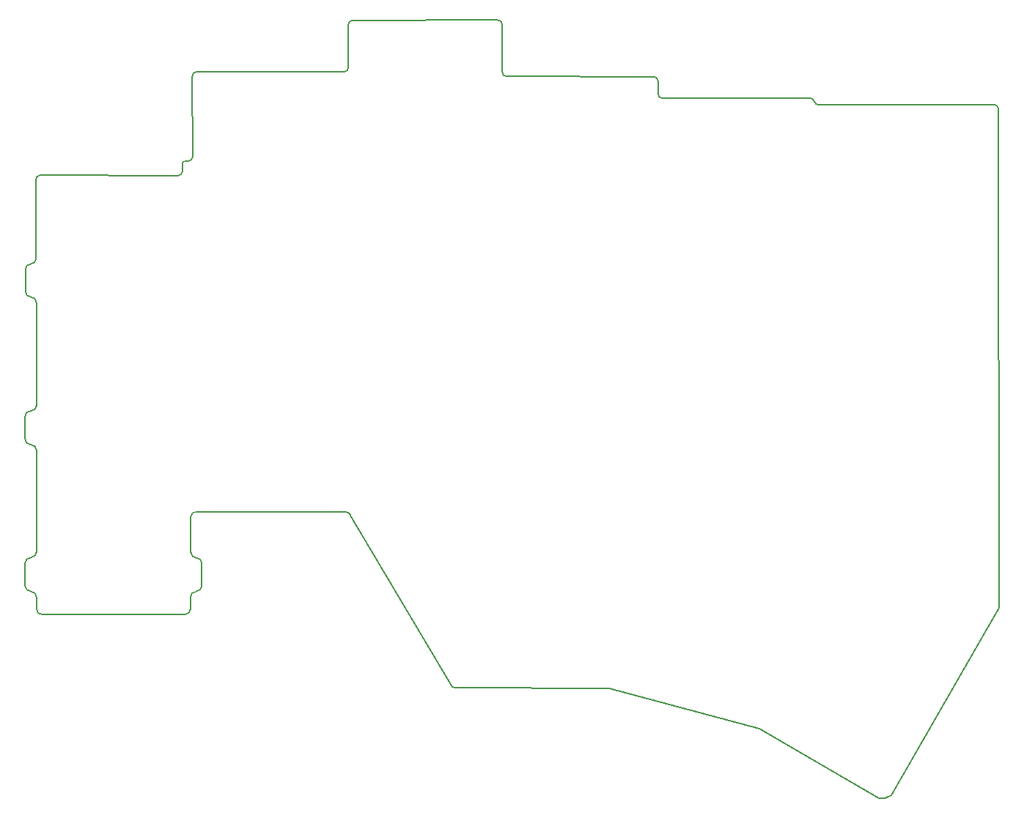
<source format=gbr>
G04 #@! TF.GenerationSoftware,KiCad,Pcbnew,(5.99.0-11177-g6c67dfa032)*
G04 #@! TF.CreationDate,2021-08-29T13:14:21+03:00*
G04 #@! TF.ProjectId,chocofi,63686f63-6f66-4692-9e6b-696361645f70,2.1*
G04 #@! TF.SameCoordinates,Original*
G04 #@! TF.FileFunction,Profile,NP*
%FSLAX46Y46*%
G04 Gerber Fmt 4.6, Leading zero omitted, Abs format (unit mm)*
G04 Created by KiCad (PCBNEW (5.99.0-11177-g6c67dfa032)) date 2021-08-29 13:14:21*
%MOMM*%
%LPD*%
G01*
G04 APERTURE LIST*
G04 #@! TA.AperFunction,Profile*
%ADD10C,0.150000*%
G04 #@! TD*
G04 APERTURE END LIST*
D10*
X187620000Y-53805000D02*
X167330400Y-53815020D01*
X93402711Y-62008311D02*
X77419200Y-61976000D01*
X175768000Y-133654800D02*
X188214000Y-112014000D01*
X160477200Y-125984000D02*
X174288668Y-133959600D01*
X125374400Y-121240811D02*
X143154400Y-121259600D01*
X166850400Y-53455020D02*
G75*
G03*
X166360498Y-53055000I-489902J-99980D01*
G01*
X166850400Y-53455020D02*
G75*
G03*
X167330400Y-53815020I480000J140000D01*
G01*
X166360498Y-53055000D02*
X149293200Y-53069020D01*
X94540847Y-60344447D02*
G75*
G03*
X95040847Y-59844447I0J500000D01*
G01*
X95517120Y-50006820D02*
G75*
G03*
X95017120Y-50506820I0J-500000D01*
G01*
X130310000Y-44036200D02*
X113530000Y-44049553D01*
X130810000Y-50053400D02*
X130810000Y-44536200D01*
X148293200Y-50569020D02*
X131310000Y-50553400D01*
X148793200Y-52569020D02*
X148793200Y-51069020D01*
X95017120Y-50506820D02*
X95040847Y-59844447D01*
X112547120Y-50006820D02*
X95517120Y-50006820D01*
X113030000Y-44549553D02*
X113047120Y-49506820D01*
X112547120Y-50006820D02*
G75*
G03*
X113047120Y-49506820I0J500000D01*
G01*
X113530000Y-44049553D02*
G75*
G03*
X113030000Y-44549553I0J-500000D01*
G01*
X130810000Y-44536200D02*
G75*
G03*
X130310000Y-44036200I-500000J0D01*
G01*
X130810000Y-50053400D02*
G75*
G03*
X131310000Y-50553400I500000J0D01*
G01*
X148793200Y-51069020D02*
G75*
G03*
X148293200Y-50569020I-500000J0D01*
G01*
X148793200Y-52569020D02*
G75*
G03*
X149293200Y-53069020I500000J0D01*
G01*
X188120000Y-54305000D02*
G75*
G03*
X187620000Y-53805000I-500000J0D01*
G01*
X95453200Y-100862652D02*
X112623600Y-100862652D01*
X94843600Y-105562400D02*
X94843600Y-101472252D01*
X94183200Y-60350400D02*
X94540847Y-60344447D01*
X93859999Y-60655200D02*
G75*
G02*
X94183200Y-60350400I294842J11115D01*
G01*
X113294857Y-101294883D02*
G75*
G03*
X112623600Y-100862652I-671257J-305117D01*
G01*
X75692000Y-106832400D02*
X75692000Y-109423200D01*
X95453200Y-110083600D02*
G75*
G03*
X94792800Y-110744000I0J-660400D01*
G01*
X77012800Y-110744000D02*
G75*
G03*
X76352400Y-110083600I-660400J0D01*
G01*
X125374400Y-121240811D02*
G75*
G02*
X125018800Y-121107200I0J540011D01*
G01*
X75742800Y-72847200D02*
X75742800Y-75438000D01*
X175768000Y-133654800D02*
G75*
G02*
X174288668Y-133959599I-1039306J1301890D01*
G01*
X77012800Y-93776800D02*
X77012800Y-105511600D01*
X76352400Y-93116400D02*
G75*
G02*
X75692000Y-92456000I0J660400D01*
G01*
X76962000Y-62433200D02*
X76962000Y-71628000D01*
X188120000Y-54305000D02*
X188214000Y-112014000D01*
X77012800Y-93776800D02*
G75*
G03*
X76352400Y-93116400I-660400J0D01*
G01*
X76352400Y-76047600D02*
G75*
G02*
X75742800Y-75438000I0J609600D01*
G01*
X94792800Y-112115600D02*
X94792800Y-110744000D01*
X76352400Y-72237600D02*
G75*
G03*
X76962000Y-71628000I0J609600D01*
G01*
X95453200Y-100862652D02*
G75*
G03*
X94843600Y-101472252I0J-609600D01*
G01*
X94792800Y-112115600D02*
G75*
G02*
X94132400Y-112776000I-660400J0D01*
G01*
X94843600Y-105562400D02*
G75*
G03*
X95504000Y-106222800I660400J0D01*
G01*
X93402711Y-62008311D02*
G75*
G03*
X93859911Y-61551111I0J457200D01*
G01*
X93860000Y-60655200D02*
X93859911Y-61551111D01*
X77012800Y-112115600D02*
X77012800Y-110744000D01*
X77012800Y-76708000D02*
G75*
G03*
X76352400Y-76047600I-660400J0D01*
G01*
X77012800Y-88595200D02*
G75*
G02*
X76403200Y-89204800I-609600J0D01*
G01*
X77012800Y-76708000D02*
X77012800Y-88595200D01*
X76403200Y-89204800D02*
X76352400Y-89204800D01*
X96113600Y-109423200D02*
G75*
G02*
X95453200Y-110083600I-660400J0D01*
G01*
X77012800Y-105511600D02*
G75*
G02*
X76352400Y-106172000I-660400J0D01*
G01*
X75692000Y-89865200D02*
G75*
G02*
X76352400Y-89204800I660400J0D01*
G01*
X113294857Y-101294883D02*
X125018800Y-121107200D01*
X75692000Y-89865200D02*
X75692000Y-92456000D01*
X95504000Y-106222800D02*
G75*
G02*
X96113600Y-106832400I0J-609600D01*
G01*
X76962000Y-62433200D02*
G75*
G02*
X77419200Y-61976000I457200J0D01*
G01*
X75692000Y-106832400D02*
G75*
G02*
X76352400Y-106172000I660400J0D01*
G01*
X77673200Y-112776000D02*
X94132400Y-112776000D01*
X75742800Y-72847200D02*
G75*
G02*
X76352400Y-72237600I609600J0D01*
G01*
X96113600Y-109423200D02*
X96113600Y-106832400D01*
X143154400Y-121259600D02*
X160477200Y-125984000D01*
X77673200Y-112776000D02*
G75*
G02*
X77012800Y-112115600I0J660400D01*
G01*
X76352400Y-110083600D02*
G75*
G02*
X75692000Y-109423200I0J660400D01*
G01*
M02*

</source>
